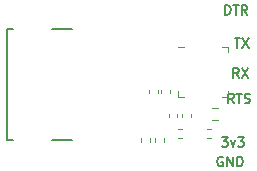
<source format=gbr>
%TF.GenerationSoftware,KiCad,Pcbnew,5.1.10*%
%TF.CreationDate,2021-06-17T01:01:51-05:00*%
%TF.ProjectId,usbttl,75736274-746c-42e6-9b69-6361645f7063,rev?*%
%TF.SameCoordinates,Original*%
%TF.FileFunction,Legend,Top*%
%TF.FilePolarity,Positive*%
%FSLAX46Y46*%
G04 Gerber Fmt 4.6, Leading zero omitted, Abs format (unit mm)*
G04 Created by KiCad (PCBNEW 5.1.10) date 2021-06-17 01:01:51*
%MOMM*%
%LPD*%
G01*
G04 APERTURE LIST*
%ADD10C,0.155000*%
%ADD11C,0.120000*%
%ADD12C,0.152400*%
G04 APERTURE END LIST*
D10*
X107848476Y-86175904D02*
X108305619Y-86175904D01*
X108077047Y-86975904D02*
X108077047Y-86175904D01*
X108496095Y-86175904D02*
X109029428Y-86975904D01*
X109029428Y-86175904D02*
X108496095Y-86975904D01*
X106832476Y-96247000D02*
X106756285Y-96208904D01*
X106642000Y-96208904D01*
X106527714Y-96247000D01*
X106451523Y-96323190D01*
X106413428Y-96399380D01*
X106375333Y-96551761D01*
X106375333Y-96666047D01*
X106413428Y-96818428D01*
X106451523Y-96894619D01*
X106527714Y-96970809D01*
X106642000Y-97008904D01*
X106718190Y-97008904D01*
X106832476Y-96970809D01*
X106870571Y-96932714D01*
X106870571Y-96666047D01*
X106718190Y-96666047D01*
X107213428Y-97008904D02*
X107213428Y-96208904D01*
X107670571Y-97008904D01*
X107670571Y-96208904D01*
X108051523Y-97008904D02*
X108051523Y-96208904D01*
X108242000Y-96208904D01*
X108356285Y-96247000D01*
X108432476Y-96323190D01*
X108470571Y-96399380D01*
X108508666Y-96551761D01*
X108508666Y-96666047D01*
X108470571Y-96818428D01*
X108432476Y-96894619D01*
X108356285Y-96970809D01*
X108242000Y-97008904D01*
X108051523Y-97008904D01*
X106743619Y-94557904D02*
X107238857Y-94557904D01*
X106972190Y-94862666D01*
X107086476Y-94862666D01*
X107162666Y-94900761D01*
X107200761Y-94938857D01*
X107238857Y-95015047D01*
X107238857Y-95205523D01*
X107200761Y-95281714D01*
X107162666Y-95319809D01*
X107086476Y-95357904D01*
X106857904Y-95357904D01*
X106781714Y-95319809D01*
X106743619Y-95281714D01*
X107505523Y-94824571D02*
X107696000Y-95357904D01*
X107886476Y-94824571D01*
X108115047Y-94557904D02*
X108610285Y-94557904D01*
X108343619Y-94862666D01*
X108457904Y-94862666D01*
X108534095Y-94900761D01*
X108572190Y-94938857D01*
X108610285Y-95015047D01*
X108610285Y-95205523D01*
X108572190Y-95281714D01*
X108534095Y-95319809D01*
X108457904Y-95357904D01*
X108229333Y-95357904D01*
X108153142Y-95319809D01*
X108115047Y-95281714D01*
X107765904Y-91674904D02*
X107499238Y-91293952D01*
X107308761Y-91674904D02*
X107308761Y-90874904D01*
X107613523Y-90874904D01*
X107689714Y-90913000D01*
X107727809Y-90951095D01*
X107765904Y-91027285D01*
X107765904Y-91141571D01*
X107727809Y-91217761D01*
X107689714Y-91255857D01*
X107613523Y-91293952D01*
X107308761Y-91293952D01*
X107994476Y-90874904D02*
X108451619Y-90874904D01*
X108223047Y-91674904D02*
X108223047Y-90874904D01*
X108680190Y-91636809D02*
X108794476Y-91674904D01*
X108984952Y-91674904D01*
X109061142Y-91636809D01*
X109099238Y-91598714D01*
X109137333Y-91522523D01*
X109137333Y-91446333D01*
X109099238Y-91370142D01*
X109061142Y-91332047D01*
X108984952Y-91293952D01*
X108832571Y-91255857D01*
X108756380Y-91217761D01*
X108718285Y-91179666D01*
X108680190Y-91103476D01*
X108680190Y-91027285D01*
X108718285Y-90951095D01*
X108756380Y-90913000D01*
X108832571Y-90874904D01*
X109023047Y-90874904D01*
X109137333Y-90913000D01*
X108197666Y-89515904D02*
X107931000Y-89134952D01*
X107740523Y-89515904D02*
X107740523Y-88715904D01*
X108045285Y-88715904D01*
X108121476Y-88754000D01*
X108159571Y-88792095D01*
X108197666Y-88868285D01*
X108197666Y-88982571D01*
X108159571Y-89058761D01*
X108121476Y-89096857D01*
X108045285Y-89134952D01*
X107740523Y-89134952D01*
X108464333Y-88715904D02*
X108997666Y-89515904D01*
X108997666Y-88715904D02*
X108464333Y-89515904D01*
X107035714Y-84181904D02*
X107035714Y-83381904D01*
X107226190Y-83381904D01*
X107340476Y-83420000D01*
X107416666Y-83496190D01*
X107454761Y-83572380D01*
X107492857Y-83724761D01*
X107492857Y-83839047D01*
X107454761Y-83991428D01*
X107416666Y-84067619D01*
X107340476Y-84143809D01*
X107226190Y-84181904D01*
X107035714Y-84181904D01*
X107721428Y-83381904D02*
X108178571Y-83381904D01*
X107950000Y-84181904D02*
X107950000Y-83381904D01*
X108902380Y-84181904D02*
X108635714Y-83800952D01*
X108445238Y-84181904D02*
X108445238Y-83381904D01*
X108750000Y-83381904D01*
X108826190Y-83420000D01*
X108864285Y-83458095D01*
X108902380Y-83534285D01*
X108902380Y-83648571D01*
X108864285Y-83724761D01*
X108826190Y-83762857D01*
X108750000Y-83800952D01*
X108445238Y-83800952D01*
D11*
%TO.C,U1*%
X103521000Y-86917000D02*
X103046000Y-86917000D01*
X107266000Y-91137000D02*
X107266000Y-90662000D01*
X106791000Y-91137000D02*
X107266000Y-91137000D01*
X103046000Y-91137000D02*
X103046000Y-90662000D01*
X103521000Y-91137000D02*
X103046000Y-91137000D01*
X107266000Y-86917000D02*
X107266000Y-87392000D01*
X106791000Y-86917000D02*
X107266000Y-86917000D01*
%TO.C,C1*%
X102976000Y-92602164D02*
X102976000Y-92817836D01*
X102256000Y-92602164D02*
X102256000Y-92817836D01*
%TO.C,C2*%
X103399000Y-92602164D02*
X103399000Y-92817836D01*
X104119000Y-92602164D02*
X104119000Y-92817836D01*
%TO.C,C3*%
X102341000Y-90785836D02*
X102341000Y-90570164D01*
X101621000Y-90785836D02*
X101621000Y-90570164D01*
%TO.C,C4*%
X100605000Y-90785836D02*
X100605000Y-90570164D01*
X101325000Y-90785836D02*
X101325000Y-90570164D01*
D12*
%TO.C,J1*%
X94112467Y-85444593D02*
X92407533Y-85444593D01*
X89115234Y-85444593D02*
X88569900Y-85444593D01*
X92407520Y-94791793D02*
X94112467Y-94791793D01*
X88569900Y-94791793D02*
X89115234Y-94791793D01*
X88569900Y-85444593D02*
X88569900Y-94791793D01*
D11*
%TO.C,R1*%
X101827600Y-95011221D02*
X101827600Y-94675979D01*
X101067600Y-95011221D02*
X101067600Y-94675979D01*
%TO.C,R2*%
X100710000Y-95011221D02*
X100710000Y-94675979D01*
X99950000Y-95011221D02*
X99950000Y-94675979D01*
%TO.C,R3*%
X105934742Y-93105500D02*
X106409258Y-93105500D01*
X105934742Y-92060500D02*
X106409258Y-92060500D01*
%TO.C,R4*%
X103418621Y-94614000D02*
X103083379Y-94614000D01*
X103418621Y-93854000D02*
X103083379Y-93854000D01*
%TO.C,R5*%
X105831621Y-93854000D02*
X105496379Y-93854000D01*
X105831621Y-94614000D02*
X105496379Y-94614000D01*
%TD*%
M02*

</source>
